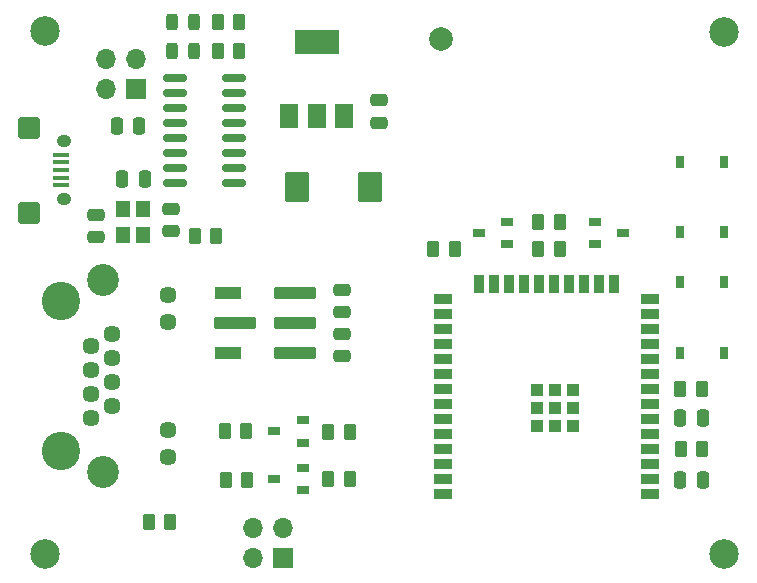
<source format=gts>
G04 #@! TF.GenerationSoftware,KiCad,Pcbnew,(7.0.0-0)*
G04 #@! TF.CreationDate,2023-06-06T23:20:23+02:00*
G04 #@! TF.ProjectId,ithowifi_4l,6974686f-7769-4666-995f-346c2e6b6963,rev?*
G04 #@! TF.SameCoordinates,Original*
G04 #@! TF.FileFunction,Soldermask,Top*
G04 #@! TF.FilePolarity,Negative*
%FSLAX46Y46*%
G04 Gerber Fmt 4.6, Leading zero omitted, Abs format (unit mm)*
G04 Created by KiCad (PCBNEW (7.0.0-0)) date 2023-06-06 23:20:23*
%MOMM*%
%LPD*%
G01*
G04 APERTURE LIST*
G04 Aperture macros list*
%AMRoundRect*
0 Rectangle with rounded corners*
0 $1 Rounding radius*
0 $2 $3 $4 $5 $6 $7 $8 $9 X,Y pos of 4 corners*
0 Add a 4 corners polygon primitive as box body*
4,1,4,$2,$3,$4,$5,$6,$7,$8,$9,$2,$3,0*
0 Add four circle primitives for the rounded corners*
1,1,$1+$1,$2,$3*
1,1,$1+$1,$4,$5*
1,1,$1+$1,$6,$7*
1,1,$1+$1,$8,$9*
0 Add four rect primitives between the rounded corners*
20,1,$1+$1,$2,$3,$4,$5,0*
20,1,$1+$1,$4,$5,$6,$7,0*
20,1,$1+$1,$6,$7,$8,$9,0*
20,1,$1+$1,$8,$9,$2,$3,0*%
G04 Aperture macros list end*
%ADD10R,1.500000X0.900000*%
%ADD11R,0.900000X1.500000*%
%ADD12R,1.050000X1.050000*%
%ADD13RoundRect,0.250000X0.262500X0.450000X-0.262500X0.450000X-0.262500X-0.450000X0.262500X-0.450000X0*%
%ADD14R,1.700000X1.700000*%
%ADD15O,1.700000X1.700000*%
%ADD16RoundRect,0.250000X-0.262500X-0.450000X0.262500X-0.450000X0.262500X0.450000X-0.262500X0.450000X0*%
%ADD17C,2.500000*%
%ADD18R,1.350000X0.400000*%
%ADD19RoundRect,0.273000X-0.677000X0.637000X-0.677000X-0.637000X0.677000X-0.637000X0.677000X0.637000X0*%
%ADD20O,1.250000X1.050000*%
%ADD21RoundRect,0.250000X0.250000X0.475000X-0.250000X0.475000X-0.250000X-0.475000X0.250000X-0.475000X0*%
%ADD22R,1.000000X0.700000*%
%ADD23R,1.500000X2.000000*%
%ADD24R,3.800000X2.000000*%
%ADD25RoundRect,0.105000X1.655000X-0.420000X1.655000X0.420000X-1.655000X0.420000X-1.655000X-0.420000X0*%
%ADD26RoundRect,0.105000X1.005000X-0.420000X1.005000X0.420000X-1.005000X0.420000X-1.005000X-0.420000X0*%
%ADD27C,3.250000*%
%ADD28C,1.446000*%
%ADD29C,2.700000*%
%ADD30RoundRect,0.250000X0.475000X-0.250000X0.475000X0.250000X-0.475000X0.250000X-0.475000X-0.250000X0*%
%ADD31RoundRect,0.250000X-0.475000X0.250000X-0.475000X-0.250000X0.475000X-0.250000X0.475000X0.250000X0*%
%ADD32RoundRect,0.250000X-0.787500X-1.025000X0.787500X-1.025000X0.787500X1.025000X-0.787500X1.025000X0*%
%ADD33RoundRect,0.250000X-0.250000X-0.475000X0.250000X-0.475000X0.250000X0.475000X-0.250000X0.475000X0*%
%ADD34R,0.750000X1.000000*%
%ADD35RoundRect,0.243750X-0.243750X-0.456250X0.243750X-0.456250X0.243750X0.456250X-0.243750X0.456250X0*%
%ADD36RoundRect,0.150000X-0.825000X-0.150000X0.825000X-0.150000X0.825000X0.150000X-0.825000X0.150000X0*%
%ADD37R,1.200000X1.400000*%
%ADD38C,2.000000*%
G04 APERTURE END LIST*
D10*
X106743199Y-148615405D03*
X106743199Y-147345405D03*
X106743199Y-146075405D03*
X106743199Y-144805405D03*
X106743199Y-143535405D03*
X106743199Y-142265405D03*
X106743199Y-140995405D03*
X106743199Y-139725405D03*
X106743199Y-138455405D03*
X106743199Y-137185405D03*
X106743199Y-135915405D03*
X106743199Y-134645405D03*
X106743199Y-133375405D03*
X106743199Y-132105405D03*
D11*
X103713199Y-130855405D03*
X102443199Y-130855405D03*
X101173199Y-130855405D03*
X99903199Y-130855405D03*
X98633199Y-130855405D03*
X97363199Y-130855405D03*
X96093199Y-130855405D03*
X94823199Y-130855405D03*
X93553199Y-130855405D03*
X92283199Y-130855405D03*
D10*
X89243199Y-132105405D03*
X89243199Y-133375405D03*
X89243199Y-134645405D03*
X89243199Y-135915405D03*
X89243199Y-137185405D03*
X89243199Y-138455405D03*
X89243199Y-139725405D03*
X89243199Y-140995405D03*
X89243199Y-142265405D03*
X89243199Y-143535405D03*
X89243199Y-144805405D03*
X89243199Y-146075405D03*
X89243199Y-147345405D03*
X89243199Y-148615405D03*
D12*
X98673199Y-141275405D03*
X97148199Y-139750405D03*
X100198199Y-141275405D03*
X100198199Y-139750405D03*
X97148199Y-142800405D03*
X100198199Y-142800405D03*
X98673199Y-139750405D03*
X97148199Y-141275405D03*
X98673199Y-142800405D03*
D13*
X111131500Y-139734000D03*
X109306500Y-139734000D03*
D14*
X75666599Y-154025599D03*
D15*
X73126599Y-154025599D03*
X75666599Y-151485599D03*
X73126599Y-151485599D03*
D16*
X109330000Y-144754600D03*
X111155000Y-144754600D03*
D13*
X90200000Y-127855000D03*
X88375000Y-127855000D03*
D17*
X55482000Y-109381000D03*
D18*
X56853199Y-119867999D03*
X56853199Y-120517999D03*
X56853199Y-121167999D03*
X56853199Y-121817999D03*
X56853199Y-122467999D03*
D19*
X54178200Y-124768000D03*
D20*
X57078199Y-123592999D03*
D19*
X54178200Y-117568000D03*
D20*
X57078199Y-118742999D03*
D21*
X111182000Y-147412500D03*
X109282000Y-147412500D03*
D22*
X77338201Y-144234091D03*
X77338201Y-142334091D03*
X74938201Y-143284091D03*
X77338199Y-148296599D03*
X77338199Y-146396599D03*
X74938199Y-147346599D03*
D16*
X79476200Y-147320000D03*
X81301200Y-147320000D03*
X79476200Y-143319500D03*
X81301200Y-143319500D03*
D13*
X72620700Y-147372000D03*
X70795700Y-147372000D03*
X70024000Y-126746000D03*
X68199000Y-126746000D03*
D23*
X76211399Y-116599499D03*
X78511399Y-116599499D03*
D24*
X78511399Y-110299499D03*
D23*
X80811399Y-116599499D03*
D13*
X66103300Y-150977600D03*
X64278300Y-150977600D03*
D25*
X76708000Y-136634500D03*
X76708000Y-134094500D03*
X76708000Y-131554500D03*
D26*
X70978000Y-131554500D03*
D25*
X71628000Y-134094500D03*
D26*
X70978000Y-136634500D03*
D17*
X113013000Y-109508000D03*
X113013000Y-153704000D03*
X55482000Y-153704000D03*
D27*
X56832500Y-144956500D03*
X56832500Y-132256500D03*
D28*
X59372500Y-142176500D03*
X61152500Y-141156500D03*
X59372500Y-140136500D03*
X61152500Y-139116500D03*
X59372500Y-138096500D03*
X61152500Y-137076500D03*
X59372500Y-136056500D03*
X61152500Y-135036500D03*
X65962500Y-145466500D03*
X65962500Y-143176500D03*
X65962500Y-134036500D03*
X65962500Y-131746500D03*
D29*
X60392500Y-130476500D03*
X60392500Y-146736500D03*
D13*
X72568200Y-143243500D03*
X70743200Y-143243500D03*
D30*
X80645000Y-136906000D03*
X80645000Y-135006000D03*
D31*
X80645000Y-131318000D03*
X80645000Y-133218000D03*
D13*
X99090000Y-127855000D03*
X97265000Y-127855000D03*
D22*
X94654999Y-127441999D03*
X94654999Y-125541999D03*
X92254999Y-126491999D03*
X102049999Y-125541999D03*
X102049999Y-127441999D03*
X104449999Y-126491999D03*
D32*
X76821300Y-122631200D03*
X83046300Y-122631200D03*
D16*
X97265000Y-125569000D03*
X99090000Y-125569000D03*
D33*
X109301200Y-142189200D03*
X111201200Y-142189200D03*
D34*
X109249999Y-130638010D03*
X109249999Y-136638010D03*
X112999999Y-136638010D03*
X112999999Y-130638010D03*
D21*
X63942000Y-121920000D03*
X62042000Y-121920000D03*
D31*
X66167000Y-124460000D03*
X66167000Y-126360000D03*
D14*
X63245999Y-114299999D03*
D15*
X60705999Y-114299999D03*
X63245999Y-111759999D03*
X60705999Y-111759999D03*
D21*
X63500000Y-117475000D03*
X61600000Y-117475000D03*
D35*
X66262000Y-108666000D03*
X68137000Y-108666000D03*
D13*
X71962000Y-111092000D03*
X70137000Y-111092000D03*
X71962000Y-108666000D03*
X70137000Y-108666000D03*
D36*
X66538400Y-113414600D03*
X66538400Y-114684600D03*
X66538400Y-115954600D03*
X66538400Y-117224600D03*
X66538400Y-118494600D03*
X66538400Y-119764600D03*
X66538400Y-121034600D03*
X66538400Y-122304600D03*
X71488400Y-122304600D03*
X71488400Y-121034600D03*
X71488400Y-119764600D03*
X71488400Y-118494600D03*
X71488400Y-117224600D03*
X71488400Y-115954600D03*
X71488400Y-114684600D03*
X71488400Y-113414600D03*
D37*
X62141999Y-124502999D03*
X62141999Y-126702999D03*
X63841999Y-126702999D03*
X63841999Y-124502999D03*
D38*
X89052400Y-110032800D03*
D35*
X66262000Y-111092000D03*
X68137000Y-111092000D03*
D30*
X59817000Y-126868000D03*
X59817000Y-124968000D03*
D34*
X112991592Y-126443999D03*
X112991592Y-120443999D03*
X109241592Y-126443999D03*
X109241592Y-120443999D03*
D30*
X83820000Y-117155000D03*
X83820000Y-115255000D03*
M02*

</source>
